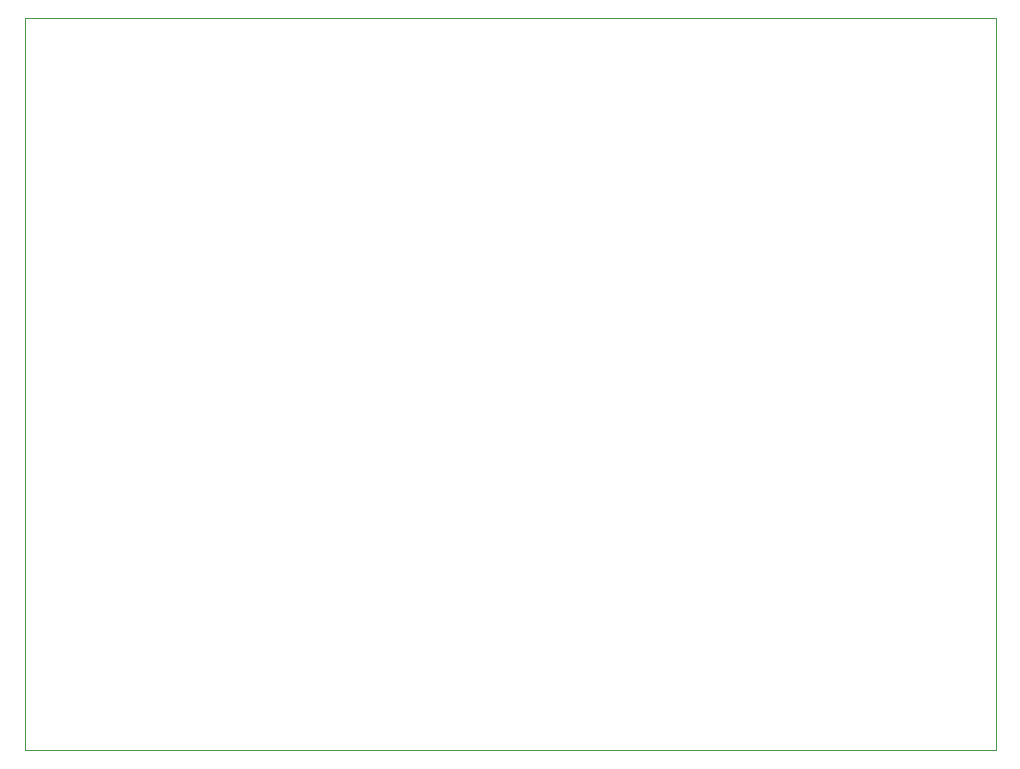
<source format=gbr>
%TF.GenerationSoftware,KiCad,Pcbnew,9.0.5*%
%TF.CreationDate,2025-11-20T20:38:36+00:00*%
%TF.ProjectId,zxeightyzon,7a786569-6768-4747-997a-6f6e2e6b6963,1.0*%
%TF.SameCoordinates,Original*%
%TF.FileFunction,Profile,NP*%
%FSLAX46Y46*%
G04 Gerber Fmt 4.6, Leading zero omitted, Abs format (unit mm)*
G04 Created by KiCad (PCBNEW 9.0.5) date 2025-11-20 20:38:36*
%MOMM*%
%LPD*%
G01*
G04 APERTURE LIST*
%TA.AperFunction,Profile*%
%ADD10C,0.050000*%
%TD*%
G04 APERTURE END LIST*
D10*
X38028700Y-35981000D02*
X120261200Y-35981000D01*
X120261200Y-97957000D01*
X38028700Y-97957000D01*
X38028700Y-35981000D01*
M02*

</source>
